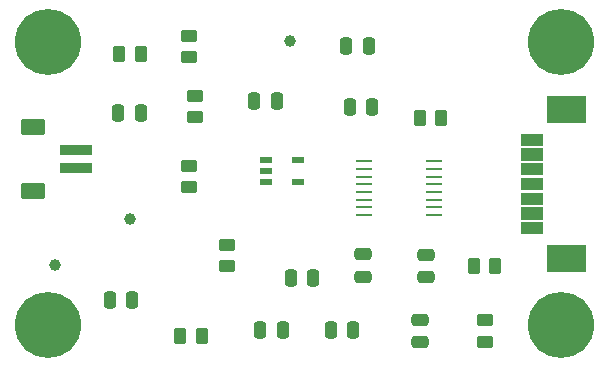
<source format=gts>
G04 #@! TF.GenerationSoftware,KiCad,Pcbnew,8.0.6*
G04 #@! TF.CreationDate,2025-01-26T18:33:20-05:00*
G04 #@! TF.ProjectId,Mic_Board_Unidirectional,4d69635f-426f-4617-9264-5f556e696469,rev?*
G04 #@! TF.SameCoordinates,Original*
G04 #@! TF.FileFunction,Soldermask,Top*
G04 #@! TF.FilePolarity,Negative*
%FSLAX46Y46*%
G04 Gerber Fmt 4.6, Leading zero omitted, Abs format (unit mm)*
G04 Created by KiCad (PCBNEW 8.0.6) date 2025-01-26 18:33:20*
%MOMM*%
%LPD*%
G01*
G04 APERTURE LIST*
G04 Aperture macros list*
%AMRoundRect*
0 Rectangle with rounded corners*
0 $1 Rounding radius*
0 $2 $3 $4 $5 $6 $7 $8 $9 X,Y pos of 4 corners*
0 Add a 4 corners polygon primitive as box body*
4,1,4,$2,$3,$4,$5,$6,$7,$8,$9,$2,$3,0*
0 Add four circle primitives for the rounded corners*
1,1,$1+$1,$2,$3*
1,1,$1+$1,$4,$5*
1,1,$1+$1,$6,$7*
1,1,$1+$1,$8,$9*
0 Add four rect primitives between the rounded corners*
20,1,$1+$1,$2,$3,$4,$5,0*
20,1,$1+$1,$4,$5,$6,$7,0*
20,1,$1+$1,$6,$7,$8,$9,0*
20,1,$1+$1,$8,$9,$2,$3,0*%
G04 Aperture macros list end*
%ADD10C,0.010000*%
%ADD11R,1.409700X0.279400*%
%ADD12RoundRect,0.250000X0.450000X-0.262500X0.450000X0.262500X-0.450000X0.262500X-0.450000X-0.262500X0*%
%ADD13RoundRect,0.250000X0.475000X-0.250000X0.475000X0.250000X-0.475000X0.250000X-0.475000X-0.250000X0*%
%ADD14C,1.000000*%
%ADD15C,5.600000*%
%ADD16RoundRect,0.102000X-1.250000X0.350000X-1.250000X-0.350000X1.250000X-0.350000X1.250000X0.350000X0*%
%ADD17RoundRect,0.102000X-0.950000X0.550000X-0.950000X-0.550000X0.950000X-0.550000X0.950000X0.550000X0*%
%ADD18RoundRect,0.250000X-0.262500X-0.450000X0.262500X-0.450000X0.262500X0.450000X-0.262500X0.450000X0*%
%ADD19R,0.977900X0.508000*%
%ADD20RoundRect,0.250000X-0.475000X0.250000X-0.475000X-0.250000X0.475000X-0.250000X0.475000X0.250000X0*%
%ADD21RoundRect,0.250000X0.250000X0.475000X-0.250000X0.475000X-0.250000X-0.475000X0.250000X-0.475000X0*%
%ADD22RoundRect,0.250000X-0.250000X-0.475000X0.250000X-0.475000X0.250000X0.475000X-0.250000X0.475000X0*%
G04 APERTURE END LIST*
D10*
X173876200Y-78226200D02*
X172123800Y-78226200D01*
X172123800Y-77273800D01*
X173876200Y-77273800D01*
X173876200Y-78226200D01*
G36*
X173876200Y-78226200D02*
G01*
X172123800Y-78226200D01*
X172123800Y-77273800D01*
X173876200Y-77273800D01*
X173876200Y-78226200D01*
G37*
X173876200Y-79476200D02*
X172123800Y-79476200D01*
X172123800Y-78523800D01*
X173876200Y-78523800D01*
X173876200Y-79476200D01*
G36*
X173876200Y-79476200D02*
G01*
X172123800Y-79476200D01*
X172123800Y-78523800D01*
X173876200Y-78523800D01*
X173876200Y-79476200D01*
G37*
X173876200Y-80726200D02*
X172123800Y-80726200D01*
X172123800Y-79773800D01*
X173876200Y-79773800D01*
X173876200Y-80726200D01*
G36*
X173876200Y-80726200D02*
G01*
X172123800Y-80726200D01*
X172123800Y-79773800D01*
X173876200Y-79773800D01*
X173876200Y-80726200D01*
G37*
X173876200Y-81976200D02*
X172123800Y-81976200D01*
X172123800Y-81023800D01*
X173876200Y-81023800D01*
X173876200Y-81976200D01*
G36*
X173876200Y-81976200D02*
G01*
X172123800Y-81976200D01*
X172123800Y-81023800D01*
X173876200Y-81023800D01*
X173876200Y-81976200D01*
G37*
X173876200Y-83226200D02*
X172123800Y-83226200D01*
X172123800Y-82273800D01*
X173876200Y-82273800D01*
X173876200Y-83226200D01*
G36*
X173876200Y-83226200D02*
G01*
X172123800Y-83226200D01*
X172123800Y-82273800D01*
X173876200Y-82273800D01*
X173876200Y-83226200D01*
G37*
X173876200Y-84476200D02*
X172123800Y-84476200D01*
X172123800Y-83523800D01*
X173876200Y-83523800D01*
X173876200Y-84476200D01*
G36*
X173876200Y-84476200D02*
G01*
X172123800Y-84476200D01*
X172123800Y-83523800D01*
X173876200Y-83523800D01*
X173876200Y-84476200D01*
G37*
X173876200Y-85726200D02*
X172123800Y-85726200D01*
X172123800Y-84773800D01*
X173876200Y-84773800D01*
X173876200Y-85726200D01*
G36*
X173876200Y-85726200D02*
G01*
X172123800Y-85726200D01*
X172123800Y-84773800D01*
X173876200Y-84773800D01*
X173876200Y-85726200D01*
G37*
X177476200Y-76326200D02*
X174323800Y-76326200D01*
X174323800Y-74073800D01*
X177476200Y-74073800D01*
X177476200Y-76326200D01*
G36*
X177476200Y-76326200D02*
G01*
X174323800Y-76326200D01*
X174323800Y-74073800D01*
X177476200Y-74073800D01*
X177476200Y-76326200D01*
G37*
X177476200Y-88926200D02*
X174323800Y-88926200D01*
X174323800Y-86673800D01*
X177476200Y-86673800D01*
X177476200Y-88926200D01*
G36*
X177476200Y-88926200D02*
G01*
X174323800Y-88926200D01*
X174323800Y-86673800D01*
X177476200Y-86673800D01*
X177476200Y-88926200D01*
G37*
D11*
X158777750Y-79625003D03*
X158777750Y-80275001D03*
X158777750Y-80925003D03*
X158777750Y-81575001D03*
X158777750Y-82225000D03*
X158777750Y-82875001D03*
X158777750Y-83525000D03*
X158777750Y-84175001D03*
X164683250Y-84175001D03*
X164683250Y-83525003D03*
X164683250Y-82875001D03*
X164683250Y-82225003D03*
X164683250Y-81575004D03*
X164683250Y-80925003D03*
X164683250Y-80275004D03*
X164683250Y-79625003D03*
D12*
X144000000Y-81825000D03*
X144000000Y-80000000D03*
D13*
X158730500Y-89400002D03*
X158730500Y-87500002D03*
D14*
X132636000Y-88400002D03*
D15*
X132000000Y-93500000D03*
D16*
X134380500Y-78650002D03*
X134380500Y-80150002D03*
D17*
X130780500Y-76700002D03*
X130780500Y-82100002D03*
D15*
X132000000Y-93500000D03*
D18*
X143230500Y-94400002D03*
X145055500Y-94400002D03*
D15*
X175500000Y-93500000D03*
D12*
X144500000Y-75912500D03*
X144500000Y-74087500D03*
D19*
X150500000Y-79500000D03*
X150500000Y-80450001D03*
X150500000Y-81400002D03*
X153230500Y-81400002D03*
X153230500Y-79500000D03*
D18*
X168087500Y-88500000D03*
X169912500Y-88500000D03*
D20*
X163500000Y-93050000D03*
X163500000Y-94950000D03*
D21*
X157900000Y-93900002D03*
X156000000Y-93900002D03*
D18*
X163500000Y-76000000D03*
X165325000Y-76000000D03*
D22*
X137280500Y-91400002D03*
X139180500Y-91400002D03*
D14*
X139000000Y-84500000D03*
D22*
X157600000Y-75000000D03*
X159500000Y-75000000D03*
D13*
X164000000Y-89450000D03*
X164000000Y-87550000D03*
D12*
X147230500Y-88500000D03*
X147230500Y-86675000D03*
D18*
X138087500Y-70500000D03*
X139912500Y-70500000D03*
D22*
X152600000Y-89500000D03*
X154500000Y-89500000D03*
D15*
X132000000Y-69500000D03*
D12*
X144000000Y-70825000D03*
X144000000Y-69000000D03*
D22*
X157280500Y-69900002D03*
X159180500Y-69900002D03*
D15*
X175500000Y-93500000D03*
X175500000Y-69500000D03*
X132000000Y-69500000D03*
D12*
X169000000Y-94912500D03*
X169000000Y-93087500D03*
D21*
X151400000Y-74500000D03*
X149500000Y-74500000D03*
D14*
X152500000Y-69400002D03*
D21*
X139900000Y-75500000D03*
X138000000Y-75500000D03*
X151900000Y-93900002D03*
X150000000Y-93900002D03*
M02*

</source>
